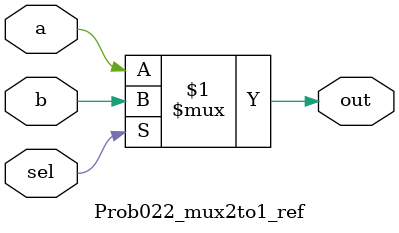
<source format=sv>

module Prob022_mux2to1_ref (
  input a,
  input b,
  input sel,
  output out
);

  assign out = sel ? b : a;

endmodule


</source>
